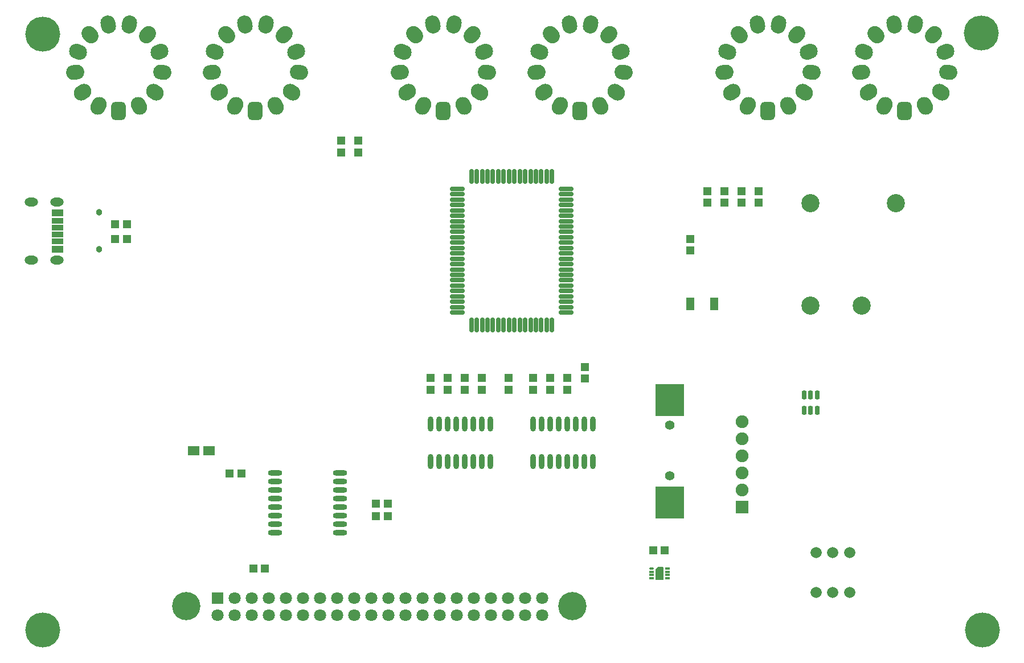
<source format=gts>
G04*
G04 #@! TF.GenerationSoftware,Altium Limited,Altium Designer,20.0.9 (164)*
G04*
G04 Layer_Color=8388736*
%FSLAX25Y25*%
%MOIN*%
G70*
G01*
G75*
%ADD34R,0.04737X0.05131*%
%ADD35R,0.05131X0.04737*%
%ADD36R,0.04540X0.07296*%
%ADD37C,0.01181*%
G04:AMPARAMS|DCode=38|XSize=13.78mil|YSize=25.59mil|CornerRadius=2.95mil|HoleSize=0mil|Usage=FLASHONLY|Rotation=90.000|XOffset=0mil|YOffset=0mil|HoleType=Round|Shape=RoundedRectangle|*
%AMROUNDEDRECTD38*
21,1,0.01378,0.01968,0,0,90.0*
21,1,0.00787,0.02559,0,0,90.0*
1,1,0.00591,0.00984,0.00394*
1,1,0.00591,0.00984,-0.00394*
1,1,0.00591,-0.00984,-0.00394*
1,1,0.00591,-0.00984,0.00394*
%
%ADD38ROUNDEDRECTD38*%
G04:AMPARAMS|DCode=39|XSize=13.78mil|YSize=25.59mil|CornerRadius=4.43mil|HoleSize=0mil|Usage=FLASHONLY|Rotation=90.000|XOffset=0mil|YOffset=0mil|HoleType=Round|Shape=RoundedRectangle|*
%AMROUNDEDRECTD39*
21,1,0.01378,0.01673,0,0,90.0*
21,1,0.00492,0.02559,0,0,90.0*
1,1,0.00886,0.00837,0.00246*
1,1,0.00886,0.00837,-0.00246*
1,1,0.00886,-0.00837,-0.00246*
1,1,0.00886,-0.00837,0.00246*
%
%ADD39ROUNDEDRECTD39*%
%ADD40R,0.16548X0.18517*%
%ADD41O,0.03200X0.08800*%
G04:AMPARAMS|DCode=42|XSize=51.7mil|YSize=29.65mil|CornerRadius=9.41mil|HoleSize=0mil|Usage=FLASHONLY|Rotation=270.000|XOffset=0mil|YOffset=0mil|HoleType=Round|Shape=RoundedRectangle|*
%AMROUNDEDRECTD42*
21,1,0.05170,0.01083,0,0,270.0*
21,1,0.03287,0.02965,0,0,270.0*
1,1,0.01883,-0.00541,-0.01644*
1,1,0.01883,-0.00541,0.01644*
1,1,0.01883,0.00541,0.01644*
1,1,0.01883,0.00541,-0.01644*
%
%ADD42ROUNDEDRECTD42*%
%ADD43R,0.06706X0.03950*%
%ADD44R,0.06706X0.03792*%
%ADD45R,0.06706X0.03556*%
%ADD46R,0.06800X0.05800*%
%ADD47O,0.08280X0.03162*%
%ADD48O,0.02965X0.08871*%
%ADD49O,0.08871X0.02965*%
%ADD50C,0.16548*%
%ADD51C,0.20485*%
G04:AMPARAMS|DCode=52|XSize=86.74mil|YSize=106.42mil|CornerRadius=0mil|HoleSize=0mil|Usage=FLASHONLY|Rotation=83.076|XOffset=0mil|YOffset=0mil|HoleType=Round|Shape=Round|*
%AMOVALD52*
21,1,0.01968,0.08674,0.00000,0.00000,173.1*
1,1,0.08674,0.00977,-0.00119*
1,1,0.08674,-0.00977,0.00119*
%
%ADD52OVALD52*%

G04:AMPARAMS|DCode=53|XSize=86.74mil|YSize=106.42mil|CornerRadius=0mil|HoleSize=0mil|Usage=FLASHONLY|Rotation=55.384|XOffset=0mil|YOffset=0mil|HoleType=Round|Shape=Round|*
%AMOVALD53*
21,1,0.01968,0.08674,0.00000,0.00000,145.4*
1,1,0.08674,0.00810,-0.00559*
1,1,0.08674,-0.00810,0.00559*
%
%ADD53OVALD53*%

G04:AMPARAMS|DCode=54|XSize=86.74mil|YSize=106.42mil|CornerRadius=0mil|HoleSize=0mil|Usage=FLASHONLY|Rotation=110.768|XOffset=0mil|YOffset=0mil|HoleType=Round|Shape=Round|*
%AMOVALD54*
21,1,0.01968,0.08674,0.00000,0.00000,200.8*
1,1,0.08674,0.00920,0.00349*
1,1,0.08674,-0.00920,-0.00349*
%
%ADD54OVALD54*%

G04:AMPARAMS|DCode=55|XSize=86.74mil|YSize=106.42mil|CornerRadius=0mil|HoleSize=0mil|Usage=FLASHONLY|Rotation=138.460|XOffset=0mil|YOffset=0mil|HoleType=Round|Shape=Round|*
%AMOVALD55*
21,1,0.01968,0.08674,0.00000,0.00000,228.5*
1,1,0.08674,0.00653,0.00737*
1,1,0.08674,-0.00653,-0.00737*
%
%ADD55OVALD55*%

G04:AMPARAMS|DCode=56|XSize=86.74mil|YSize=106.42mil|CornerRadius=0mil|HoleSize=0mil|Usage=FLASHONLY|Rotation=166.152|XOffset=0mil|YOffset=0mil|HoleType=Round|Shape=Round|*
%AMOVALD56*
21,1,0.01968,0.08674,0.00000,0.00000,256.2*
1,1,0.08674,0.00236,0.00956*
1,1,0.08674,-0.00236,-0.00956*
%
%ADD56OVALD56*%

G04:AMPARAMS|DCode=57|XSize=86.74mil|YSize=106.42mil|CornerRadius=0mil|HoleSize=0mil|Usage=FLASHONLY|Rotation=193.848|XOffset=0mil|YOffset=0mil|HoleType=Round|Shape=Round|*
%AMOVALD57*
21,1,0.01968,0.08674,0.00000,0.00000,283.8*
1,1,0.08674,-0.00236,0.00956*
1,1,0.08674,0.00236,-0.00956*
%
%ADD57OVALD57*%

G04:AMPARAMS|DCode=58|XSize=86.74mil|YSize=106.42mil|CornerRadius=0mil|HoleSize=0mil|Usage=FLASHONLY|Rotation=221.540|XOffset=0mil|YOffset=0mil|HoleType=Round|Shape=Round|*
%AMOVALD58*
21,1,0.01968,0.08674,0.00000,0.00000,311.5*
1,1,0.08674,-0.00653,0.00737*
1,1,0.08674,0.00653,-0.00737*
%
%ADD58OVALD58*%

G04:AMPARAMS|DCode=59|XSize=86.74mil|YSize=106.42mil|CornerRadius=0mil|HoleSize=0mil|Usage=FLASHONLY|Rotation=249.232|XOffset=0mil|YOffset=0mil|HoleType=Round|Shape=Round|*
%AMOVALD59*
21,1,0.01968,0.08674,0.00000,0.00000,339.2*
1,1,0.08674,-0.00920,0.00349*
1,1,0.08674,0.00920,-0.00349*
%
%ADD59OVALD59*%

G04:AMPARAMS|DCode=60|XSize=86.74mil|YSize=106.42mil|CornerRadius=0mil|HoleSize=0mil|Usage=FLASHONLY|Rotation=276.924|XOffset=0mil|YOffset=0mil|HoleType=Round|Shape=Round|*
%AMOVALD60*
21,1,0.01968,0.08674,0.00000,0.00000,6.9*
1,1,0.08674,-0.00977,-0.00119*
1,1,0.08674,0.00977,0.00119*
%
%ADD60OVALD60*%

G04:AMPARAMS|DCode=61|XSize=86.74mil|YSize=106.42mil|CornerRadius=0mil|HoleSize=0mil|Usage=FLASHONLY|Rotation=304.616|XOffset=0mil|YOffset=0mil|HoleType=Round|Shape=Round|*
%AMOVALD61*
21,1,0.01968,0.08674,0.00000,0.00000,34.6*
1,1,0.08674,-0.00810,-0.00559*
1,1,0.08674,0.00810,0.00559*
%
%ADD61OVALD61*%

G04:AMPARAMS|DCode=62|XSize=86.74mil|YSize=106.42mil|CornerRadius=0mil|HoleSize=0mil|Usage=FLASHONLY|Rotation=332.308|XOffset=0mil|YOffset=0mil|HoleType=Round|Shape=Round|*
%AMOVALD62*
21,1,0.01968,0.08674,0.00000,0.00000,62.3*
1,1,0.08674,-0.00457,-0.00872*
1,1,0.08674,0.00457,0.00872*
%
%ADD62OVALD62*%

G04:AMPARAMS|DCode=63|XSize=86.74mil|YSize=106.42mil|CornerRadius=0mil|HoleSize=0mil|Usage=FLASHONLY|Rotation=27.692|XOffset=0mil|YOffset=0mil|HoleType=Round|Shape=Round|*
%AMOVALD63*
21,1,0.01968,0.08674,0.00000,0.00000,117.7*
1,1,0.08674,0.00457,-0.00872*
1,1,0.08674,-0.00457,0.00872*
%
%ADD63OVALD63*%

G04:AMPARAMS|DCode=64|XSize=86.74mil|YSize=106.42mil|CornerRadius=23.68mil|HoleSize=0mil|Usage=FLASHONLY|Rotation=0.000|XOffset=0mil|YOffset=0mil|HoleType=Round|Shape=RoundedRectangle|*
%AMROUNDEDRECTD64*
21,1,0.08674,0.05906,0,0,0.0*
21,1,0.03937,0.10642,0,0,0.0*
1,1,0.04737,0.01968,-0.02953*
1,1,0.04737,-0.01968,-0.02953*
1,1,0.04737,-0.01968,0.02953*
1,1,0.04737,0.01968,0.02953*
%
%ADD64ROUNDEDRECTD64*%
%ADD65C,0.05524*%
%ADD66C,0.06540*%
%ADD67R,0.07099X0.07099*%
%ADD68C,0.07099*%
%ADD69C,0.10642*%
%ADD70O,0.07887X0.05131*%
%ADD71R,0.07493X0.07493*%
%ADD72C,0.07493*%
%ADD73C,0.03800*%
G36*
X88521Y-152756D02*
X88572Y-152766D01*
X88622Y-152783D01*
X88669Y-152806D01*
X88713Y-152836D01*
X88752Y-152870D01*
X88787Y-152910D01*
X88816Y-152953D01*
X88839Y-153000D01*
X88856Y-153050D01*
X88866Y-153101D01*
X88869Y-153154D01*
Y-159846D01*
X88866Y-159899D01*
X88856Y-159950D01*
X88839Y-160000D01*
X88816Y-160047D01*
X88787Y-160090D01*
X88752Y-160130D01*
X88713Y-160164D01*
X88669Y-160194D01*
X88622Y-160217D01*
X88572Y-160234D01*
X88521Y-160244D01*
X88468Y-160247D01*
X84531D01*
X84479Y-160244D01*
X84428Y-160234D01*
X84378Y-160217D01*
X84331Y-160194D01*
X84288Y-160164D01*
X84248Y-160130D01*
X84214Y-160090D01*
X84184Y-160047D01*
X84161Y-160000D01*
X84144Y-159950D01*
X84134Y-159899D01*
X84131Y-159846D01*
Y-154335D01*
X84134Y-154282D01*
X84144Y-154231D01*
X84161Y-154181D01*
X84184Y-154134D01*
X84214Y-154091D01*
X84248Y-154051D01*
X85429Y-152870D01*
X85469Y-152836D01*
X85512Y-152806D01*
X85559Y-152783D01*
X85609Y-152766D01*
X85660Y-152756D01*
X85713Y-152753D01*
X85713D01*
D01*
X88468D01*
X88521Y-152756D01*
D02*
G37*
D34*
X144500Y60654D02*
D03*
Y67347D02*
D03*
X134500Y60807D02*
D03*
Y67500D02*
D03*
X124500Y60807D02*
D03*
Y67500D02*
D03*
X114500Y60807D02*
D03*
Y67500D02*
D03*
X-89900Y96846D02*
D03*
Y90153D02*
D03*
X-99900Y96846D02*
D03*
Y90153D02*
D03*
X104500Y39500D02*
D03*
Y32807D02*
D03*
X-1900Y-48846D02*
D03*
Y-42153D02*
D03*
X42900Y-35654D02*
D03*
Y-42347D02*
D03*
X32600Y-48846D02*
D03*
Y-42153D02*
D03*
X22600Y-48846D02*
D03*
Y-42153D02*
D03*
X12600Y-48846D02*
D03*
Y-42153D02*
D03*
X-17400Y-48846D02*
D03*
Y-42153D02*
D03*
X-27400Y-48846D02*
D03*
Y-42153D02*
D03*
X-37400Y-48846D02*
D03*
Y-42153D02*
D03*
X-47400Y-48846D02*
D03*
Y-42153D02*
D03*
D35*
X-79347Y-123100D02*
D03*
X-72654D02*
D03*
X82807Y-143000D02*
D03*
X89500D02*
D03*
X-144500Y-153500D02*
D03*
X-151193D02*
D03*
X-232000Y39500D02*
D03*
X-225307D02*
D03*
X-232000Y48000D02*
D03*
X-225307D02*
D03*
X-79347Y-115600D02*
D03*
X-72654D02*
D03*
X-158307Y-98000D02*
D03*
X-165000D02*
D03*
D36*
X118390Y1500D02*
D03*
X104610D02*
D03*
D37*
X86500Y-156500D02*
D03*
D38*
X81874Y-155516D02*
D03*
Y-157484D02*
D03*
Y-159453D02*
D03*
X91126D02*
D03*
Y-157484D02*
D03*
Y-155516D02*
D03*
Y-153547D02*
D03*
D39*
X81874D02*
D03*
D40*
X92500Y-115100D02*
D03*
Y-55100D02*
D03*
D41*
X12500Y-69000D02*
D03*
X17500D02*
D03*
X22500D02*
D03*
X27500D02*
D03*
X32500D02*
D03*
X37500D02*
D03*
X42500D02*
D03*
X47500D02*
D03*
Y-91000D02*
D03*
X42500D02*
D03*
X37500D02*
D03*
X32500D02*
D03*
X27500D02*
D03*
X22500D02*
D03*
X17500D02*
D03*
X12500D02*
D03*
X-47500Y-69000D02*
D03*
X-42500D02*
D03*
X-37500D02*
D03*
X-32500D02*
D03*
X-27500D02*
D03*
X-22500D02*
D03*
X-17500D02*
D03*
X-12500D02*
D03*
Y-91000D02*
D03*
X-17500D02*
D03*
X-22500D02*
D03*
X-27500D02*
D03*
X-32500D02*
D03*
X-37500D02*
D03*
X-42500D02*
D03*
X-47500D02*
D03*
D42*
X178740Y-52130D02*
D03*
X175000D02*
D03*
X171260D02*
D03*
Y-60870D02*
D03*
X175000D02*
D03*
X178740D02*
D03*
D43*
X-265724Y33175D02*
D03*
Y54825D02*
D03*
D44*
Y38015D02*
D03*
Y49985D02*
D03*
D45*
Y42030D02*
D03*
Y45970D02*
D03*
D46*
X-177000Y-84500D02*
D03*
X-186000D02*
D03*
D47*
X-138594Y-132500D02*
D03*
Y-127500D02*
D03*
Y-122500D02*
D03*
Y-117500D02*
D03*
Y-112500D02*
D03*
Y-107500D02*
D03*
Y-102500D02*
D03*
Y-97500D02*
D03*
X-100406D02*
D03*
Y-102500D02*
D03*
Y-107500D02*
D03*
Y-112500D02*
D03*
Y-117500D02*
D03*
Y-122500D02*
D03*
Y-127500D02*
D03*
Y-132500D02*
D03*
D48*
X-23622Y76102D02*
D03*
X-20472D02*
D03*
X-17323D02*
D03*
X-14173D02*
D03*
X-11024D02*
D03*
X-7874D02*
D03*
X-4724D02*
D03*
X-1575D02*
D03*
X1575D02*
D03*
X4724D02*
D03*
X7874D02*
D03*
X11024D02*
D03*
X14173D02*
D03*
X17323D02*
D03*
X20472D02*
D03*
X23622D02*
D03*
Y-11102D02*
D03*
X20472D02*
D03*
X17323D02*
D03*
X14173D02*
D03*
X11024D02*
D03*
X7874D02*
D03*
X4724D02*
D03*
X1575D02*
D03*
X-1575D02*
D03*
X-4724D02*
D03*
X-7874D02*
D03*
X-11024D02*
D03*
X-14173D02*
D03*
X-17323D02*
D03*
X-20472D02*
D03*
X-23622D02*
D03*
D49*
X31791Y68721D02*
D03*
Y65571D02*
D03*
Y62421D02*
D03*
Y59272D02*
D03*
Y56122D02*
D03*
Y52972D02*
D03*
Y49823D02*
D03*
Y46673D02*
D03*
Y43524D02*
D03*
Y40374D02*
D03*
Y37224D02*
D03*
Y34075D02*
D03*
Y30925D02*
D03*
Y27776D02*
D03*
Y24626D02*
D03*
Y21476D02*
D03*
Y18327D02*
D03*
Y15177D02*
D03*
Y12028D02*
D03*
Y8878D02*
D03*
Y5728D02*
D03*
Y2579D02*
D03*
Y-571D02*
D03*
Y-3720D02*
D03*
X-31791D02*
D03*
Y-571D02*
D03*
Y2579D02*
D03*
Y5728D02*
D03*
Y8878D02*
D03*
Y12028D02*
D03*
Y15177D02*
D03*
Y18327D02*
D03*
Y21476D02*
D03*
Y24626D02*
D03*
Y27776D02*
D03*
Y30925D02*
D03*
Y34075D02*
D03*
Y37224D02*
D03*
Y40374D02*
D03*
Y43524D02*
D03*
Y46673D02*
D03*
Y49823D02*
D03*
Y52972D02*
D03*
Y56122D02*
D03*
Y59272D02*
D03*
Y62421D02*
D03*
Y65571D02*
D03*
Y68721D02*
D03*
D50*
X-190500Y-175500D02*
D03*
X35500D02*
D03*
D51*
X275000Y160000D02*
D03*
X275500Y-189500D02*
D03*
X-274500D02*
D03*
Y159500D02*
D03*
D52*
X255404Y136915D02*
D03*
X175404D02*
D03*
X65404D02*
D03*
X-14596D02*
D03*
X-124596D02*
D03*
X-204596D02*
D03*
D53*
X251060Y125463D02*
D03*
X171060D02*
D03*
X61061D02*
D03*
X-18939D02*
D03*
X-128940D02*
D03*
X-208940D02*
D03*
D54*
X253927Y149076D02*
D03*
X173927D02*
D03*
X63927D02*
D03*
X-16073D02*
D03*
X-126073D02*
D03*
X-206073D02*
D03*
D55*
X246969Y159155D02*
D03*
X166969D02*
D03*
X56969D02*
D03*
X-23031D02*
D03*
X-133031D02*
D03*
X-213031D02*
D03*
D56*
X236123Y164847D02*
D03*
X156123D02*
D03*
X46123D02*
D03*
X-33877D02*
D03*
X-143877D02*
D03*
X-223877D02*
D03*
D57*
X223875Y164847D02*
D03*
X143875D02*
D03*
X33875D02*
D03*
X-46125D02*
D03*
X-156125D02*
D03*
X-236125D02*
D03*
D58*
X213030Y159154D02*
D03*
X133030D02*
D03*
X23030D02*
D03*
X-56970D02*
D03*
X-166970D02*
D03*
X-246970D02*
D03*
D59*
X206072Y149074D02*
D03*
X126072D02*
D03*
X16072D02*
D03*
X-63928D02*
D03*
X-173928D02*
D03*
X-253928D02*
D03*
D60*
X204596Y136915D02*
D03*
X124596D02*
D03*
X14596D02*
D03*
X-65404D02*
D03*
X-175404D02*
D03*
X-255404D02*
D03*
D61*
X208940Y125463D02*
D03*
X128940D02*
D03*
X18939D02*
D03*
X-61061D02*
D03*
X-171060D02*
D03*
X-251060D02*
D03*
D62*
X218108Y117341D02*
D03*
X138108D02*
D03*
X28108D02*
D03*
X-51892D02*
D03*
X-161892D02*
D03*
X-241892D02*
D03*
D63*
X241892D02*
D03*
X161892D02*
D03*
X51892D02*
D03*
X-28108D02*
D03*
X-138108D02*
D03*
X-218108D02*
D03*
D64*
X230000Y114409D02*
D03*
X150000D02*
D03*
X40000D02*
D03*
X-40000D02*
D03*
X-150000D02*
D03*
X-230000D02*
D03*
D65*
X92500Y-69700D02*
D03*
Y-99200D02*
D03*
D66*
X178157Y-167811D02*
D03*
X188000D02*
D03*
X197843D02*
D03*
X178157Y-144189D02*
D03*
X188000D02*
D03*
X197843D02*
D03*
D67*
X-172000Y-171000D02*
D03*
D68*
Y-181000D02*
D03*
X-162000Y-171000D02*
D03*
Y-181000D02*
D03*
X-152000Y-171000D02*
D03*
Y-181000D02*
D03*
X-142000Y-171000D02*
D03*
Y-181000D02*
D03*
X-132000Y-171000D02*
D03*
Y-181000D02*
D03*
X-122000Y-171000D02*
D03*
Y-181000D02*
D03*
X-112000Y-171000D02*
D03*
Y-181000D02*
D03*
X-102000Y-171000D02*
D03*
Y-181000D02*
D03*
X-92000Y-171000D02*
D03*
Y-181000D02*
D03*
X-82000Y-171000D02*
D03*
Y-181000D02*
D03*
X-72000Y-171000D02*
D03*
Y-181000D02*
D03*
X-62000Y-171000D02*
D03*
Y-181000D02*
D03*
X-52000Y-171000D02*
D03*
Y-181000D02*
D03*
X-42000Y-171000D02*
D03*
Y-181000D02*
D03*
X-32000Y-171000D02*
D03*
Y-181000D02*
D03*
X-22000Y-171000D02*
D03*
Y-181000D02*
D03*
X-12000Y-171000D02*
D03*
Y-181000D02*
D03*
X-2000Y-171000D02*
D03*
Y-181000D02*
D03*
X8000Y-171000D02*
D03*
Y-181000D02*
D03*
X18000Y-171000D02*
D03*
Y-181000D02*
D03*
D69*
X175000Y500D02*
D03*
X205000D02*
D03*
X175000Y60500D02*
D03*
X225000D02*
D03*
D70*
X-266315Y26992D02*
D03*
Y61008D02*
D03*
X-281275Y26992D02*
D03*
Y61008D02*
D03*
D71*
X135000Y-117500D02*
D03*
D72*
Y-107500D02*
D03*
Y-97500D02*
D03*
Y-87500D02*
D03*
Y-77500D02*
D03*
Y-67500D02*
D03*
D73*
X86500Y-156500D02*
D03*
X-241500Y33500D02*
D03*
Y55000D02*
D03*
M02*

</source>
